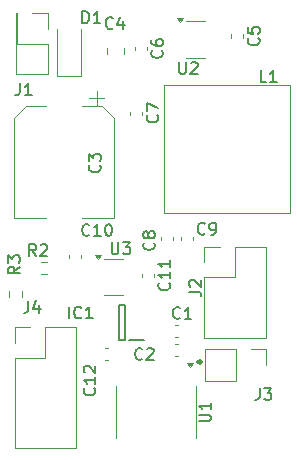
<source format=gbr>
%TF.GenerationSoftware,KiCad,Pcbnew,8.0.9-8.0.9-0~ubuntu24.04.1*%
%TF.CreationDate,2025-04-14T22:12:55+02:00*%
%TF.ProjectId,FastLapLights5V,46617374-4c61-4704-9c69-676874733556,MK6*%
%TF.SameCoordinates,Original*%
%TF.FileFunction,Legend,Top*%
%TF.FilePolarity,Positive*%
%FSLAX46Y46*%
G04 Gerber Fmt 4.6, Leading zero omitted, Abs format (unit mm)*
G04 Created by KiCad (PCBNEW 8.0.9-8.0.9-0~ubuntu24.04.1) date 2025-04-14 22:12:55*
%MOMM*%
%LPD*%
G01*
G04 APERTURE LIST*
%ADD10C,0.300000*%
%ADD11C,0.150000*%
%ADD12C,0.120000*%
%ADD13C,0.200000*%
%ADD14C,0.100000*%
G04 APERTURE END LIST*
D10*
X59173558Y-117249161D02*
X59268796Y-117344400D01*
X59268796Y-117344400D02*
X59173558Y-117439638D01*
X59173558Y-117439638D02*
X59078320Y-117344400D01*
X59078320Y-117344400D02*
X59173558Y-117249161D01*
X59173558Y-117249161D02*
X59173558Y-117439638D01*
D11*
X55589580Y-96441666D02*
X55637200Y-96489285D01*
X55637200Y-96489285D02*
X55684819Y-96632142D01*
X55684819Y-96632142D02*
X55684819Y-96727380D01*
X55684819Y-96727380D02*
X55637200Y-96870237D01*
X55637200Y-96870237D02*
X55541961Y-96965475D01*
X55541961Y-96965475D02*
X55446723Y-97013094D01*
X55446723Y-97013094D02*
X55256247Y-97060713D01*
X55256247Y-97060713D02*
X55113390Y-97060713D01*
X55113390Y-97060713D02*
X54922914Y-97013094D01*
X54922914Y-97013094D02*
X54827676Y-96965475D01*
X54827676Y-96965475D02*
X54732438Y-96870237D01*
X54732438Y-96870237D02*
X54684819Y-96727380D01*
X54684819Y-96727380D02*
X54684819Y-96632142D01*
X54684819Y-96632142D02*
X54732438Y-96489285D01*
X54732438Y-96489285D02*
X54780057Y-96441666D01*
X54684819Y-96108332D02*
X54684819Y-95441666D01*
X54684819Y-95441666D02*
X55684819Y-95870237D01*
X55989580Y-90966666D02*
X56037200Y-91014285D01*
X56037200Y-91014285D02*
X56084819Y-91157142D01*
X56084819Y-91157142D02*
X56084819Y-91252380D01*
X56084819Y-91252380D02*
X56037200Y-91395237D01*
X56037200Y-91395237D02*
X55941961Y-91490475D01*
X55941961Y-91490475D02*
X55846723Y-91538094D01*
X55846723Y-91538094D02*
X55656247Y-91585713D01*
X55656247Y-91585713D02*
X55513390Y-91585713D01*
X55513390Y-91585713D02*
X55322914Y-91538094D01*
X55322914Y-91538094D02*
X55227676Y-91490475D01*
X55227676Y-91490475D02*
X55132438Y-91395237D01*
X55132438Y-91395237D02*
X55084819Y-91252380D01*
X55084819Y-91252380D02*
X55084819Y-91157142D01*
X55084819Y-91157142D02*
X55132438Y-91014285D01*
X55132438Y-91014285D02*
X55180057Y-90966666D01*
X55084819Y-90109523D02*
X55084819Y-90299999D01*
X55084819Y-90299999D02*
X55132438Y-90395237D01*
X55132438Y-90395237D02*
X55180057Y-90442856D01*
X55180057Y-90442856D02*
X55322914Y-90538094D01*
X55322914Y-90538094D02*
X55513390Y-90585713D01*
X55513390Y-90585713D02*
X55894342Y-90585713D01*
X55894342Y-90585713D02*
X55989580Y-90538094D01*
X55989580Y-90538094D02*
X56037200Y-90490475D01*
X56037200Y-90490475D02*
X56084819Y-90395237D01*
X56084819Y-90395237D02*
X56084819Y-90204761D01*
X56084819Y-90204761D02*
X56037200Y-90109523D01*
X56037200Y-90109523D02*
X55989580Y-90061904D01*
X55989580Y-90061904D02*
X55894342Y-90014285D01*
X55894342Y-90014285D02*
X55656247Y-90014285D01*
X55656247Y-90014285D02*
X55561009Y-90061904D01*
X55561009Y-90061904D02*
X55513390Y-90109523D01*
X55513390Y-90109523D02*
X55465771Y-90204761D01*
X55465771Y-90204761D02*
X55465771Y-90395237D01*
X55465771Y-90395237D02*
X55513390Y-90490475D01*
X55513390Y-90490475D02*
X55561009Y-90538094D01*
X55561009Y-90538094D02*
X55656247Y-90585713D01*
X64159580Y-89916666D02*
X64207200Y-89964285D01*
X64207200Y-89964285D02*
X64254819Y-90107142D01*
X64254819Y-90107142D02*
X64254819Y-90202380D01*
X64254819Y-90202380D02*
X64207200Y-90345237D01*
X64207200Y-90345237D02*
X64111961Y-90440475D01*
X64111961Y-90440475D02*
X64016723Y-90488094D01*
X64016723Y-90488094D02*
X63826247Y-90535713D01*
X63826247Y-90535713D02*
X63683390Y-90535713D01*
X63683390Y-90535713D02*
X63492914Y-90488094D01*
X63492914Y-90488094D02*
X63397676Y-90440475D01*
X63397676Y-90440475D02*
X63302438Y-90345237D01*
X63302438Y-90345237D02*
X63254819Y-90202380D01*
X63254819Y-90202380D02*
X63254819Y-90107142D01*
X63254819Y-90107142D02*
X63302438Y-89964285D01*
X63302438Y-89964285D02*
X63350057Y-89916666D01*
X63254819Y-89011904D02*
X63254819Y-89488094D01*
X63254819Y-89488094D02*
X63731009Y-89535713D01*
X63731009Y-89535713D02*
X63683390Y-89488094D01*
X63683390Y-89488094D02*
X63635771Y-89392856D01*
X63635771Y-89392856D02*
X63635771Y-89154761D01*
X63635771Y-89154761D02*
X63683390Y-89059523D01*
X63683390Y-89059523D02*
X63731009Y-89011904D01*
X63731009Y-89011904D02*
X63826247Y-88964285D01*
X63826247Y-88964285D02*
X64064342Y-88964285D01*
X64064342Y-88964285D02*
X64159580Y-89011904D01*
X64159580Y-89011904D02*
X64207200Y-89059523D01*
X64207200Y-89059523D02*
X64254819Y-89154761D01*
X64254819Y-89154761D02*
X64254819Y-89392856D01*
X64254819Y-89392856D02*
X64207200Y-89488094D01*
X64207200Y-89488094D02*
X64159580Y-89535713D01*
X44666666Y-112154819D02*
X44666666Y-112869104D01*
X44666666Y-112869104D02*
X44619047Y-113011961D01*
X44619047Y-113011961D02*
X44523809Y-113107200D01*
X44523809Y-113107200D02*
X44380952Y-113154819D01*
X44380952Y-113154819D02*
X44285714Y-113154819D01*
X45571428Y-112488152D02*
X45571428Y-113154819D01*
X45333333Y-112107200D02*
X45095238Y-112821485D01*
X45095238Y-112821485D02*
X45714285Y-112821485D01*
X43966666Y-93754819D02*
X43966666Y-94469104D01*
X43966666Y-94469104D02*
X43919047Y-94611961D01*
X43919047Y-94611961D02*
X43823809Y-94707200D01*
X43823809Y-94707200D02*
X43680952Y-94754819D01*
X43680952Y-94754819D02*
X43585714Y-94754819D01*
X44966666Y-94754819D02*
X44395238Y-94754819D01*
X44680952Y-94754819D02*
X44680952Y-93754819D01*
X44680952Y-93754819D02*
X44585714Y-93897676D01*
X44585714Y-93897676D02*
X44490476Y-93992914D01*
X44490476Y-93992914D02*
X44395238Y-94040533D01*
X56589580Y-110642857D02*
X56637200Y-110690476D01*
X56637200Y-110690476D02*
X56684819Y-110833333D01*
X56684819Y-110833333D02*
X56684819Y-110928571D01*
X56684819Y-110928571D02*
X56637200Y-111071428D01*
X56637200Y-111071428D02*
X56541961Y-111166666D01*
X56541961Y-111166666D02*
X56446723Y-111214285D01*
X56446723Y-111214285D02*
X56256247Y-111261904D01*
X56256247Y-111261904D02*
X56113390Y-111261904D01*
X56113390Y-111261904D02*
X55922914Y-111214285D01*
X55922914Y-111214285D02*
X55827676Y-111166666D01*
X55827676Y-111166666D02*
X55732438Y-111071428D01*
X55732438Y-111071428D02*
X55684819Y-110928571D01*
X55684819Y-110928571D02*
X55684819Y-110833333D01*
X55684819Y-110833333D02*
X55732438Y-110690476D01*
X55732438Y-110690476D02*
X55780057Y-110642857D01*
X56684819Y-109690476D02*
X56684819Y-110261904D01*
X56684819Y-109976190D02*
X55684819Y-109976190D01*
X55684819Y-109976190D02*
X55827676Y-110071428D01*
X55827676Y-110071428D02*
X55922914Y-110166666D01*
X55922914Y-110166666D02*
X55970533Y-110261904D01*
X56684819Y-108738095D02*
X56684819Y-109309523D01*
X56684819Y-109023809D02*
X55684819Y-109023809D01*
X55684819Y-109023809D02*
X55827676Y-109119047D01*
X55827676Y-109119047D02*
X55922914Y-109214285D01*
X55922914Y-109214285D02*
X55970533Y-109309523D01*
X51833333Y-89059580D02*
X51785714Y-89107200D01*
X51785714Y-89107200D02*
X51642857Y-89154819D01*
X51642857Y-89154819D02*
X51547619Y-89154819D01*
X51547619Y-89154819D02*
X51404762Y-89107200D01*
X51404762Y-89107200D02*
X51309524Y-89011961D01*
X51309524Y-89011961D02*
X51261905Y-88916723D01*
X51261905Y-88916723D02*
X51214286Y-88726247D01*
X51214286Y-88726247D02*
X51214286Y-88583390D01*
X51214286Y-88583390D02*
X51261905Y-88392914D01*
X51261905Y-88392914D02*
X51309524Y-88297676D01*
X51309524Y-88297676D02*
X51404762Y-88202438D01*
X51404762Y-88202438D02*
X51547619Y-88154819D01*
X51547619Y-88154819D02*
X51642857Y-88154819D01*
X51642857Y-88154819D02*
X51785714Y-88202438D01*
X51785714Y-88202438D02*
X51833333Y-88250057D01*
X52690476Y-88488152D02*
X52690476Y-89154819D01*
X52452381Y-88107200D02*
X52214286Y-88821485D01*
X52214286Y-88821485D02*
X52833333Y-88821485D01*
X54333333Y-117059580D02*
X54285714Y-117107200D01*
X54285714Y-117107200D02*
X54142857Y-117154819D01*
X54142857Y-117154819D02*
X54047619Y-117154819D01*
X54047619Y-117154819D02*
X53904762Y-117107200D01*
X53904762Y-117107200D02*
X53809524Y-117011961D01*
X53809524Y-117011961D02*
X53761905Y-116916723D01*
X53761905Y-116916723D02*
X53714286Y-116726247D01*
X53714286Y-116726247D02*
X53714286Y-116583390D01*
X53714286Y-116583390D02*
X53761905Y-116392914D01*
X53761905Y-116392914D02*
X53809524Y-116297676D01*
X53809524Y-116297676D02*
X53904762Y-116202438D01*
X53904762Y-116202438D02*
X54047619Y-116154819D01*
X54047619Y-116154819D02*
X54142857Y-116154819D01*
X54142857Y-116154819D02*
X54285714Y-116202438D01*
X54285714Y-116202438D02*
X54333333Y-116250057D01*
X54714286Y-116250057D02*
X54761905Y-116202438D01*
X54761905Y-116202438D02*
X54857143Y-116154819D01*
X54857143Y-116154819D02*
X55095238Y-116154819D01*
X55095238Y-116154819D02*
X55190476Y-116202438D01*
X55190476Y-116202438D02*
X55238095Y-116250057D01*
X55238095Y-116250057D02*
X55285714Y-116345295D01*
X55285714Y-116345295D02*
X55285714Y-116440533D01*
X55285714Y-116440533D02*
X55238095Y-116583390D01*
X55238095Y-116583390D02*
X54666667Y-117154819D01*
X54666667Y-117154819D02*
X55285714Y-117154819D01*
X49857142Y-106559580D02*
X49809523Y-106607200D01*
X49809523Y-106607200D02*
X49666666Y-106654819D01*
X49666666Y-106654819D02*
X49571428Y-106654819D01*
X49571428Y-106654819D02*
X49428571Y-106607200D01*
X49428571Y-106607200D02*
X49333333Y-106511961D01*
X49333333Y-106511961D02*
X49285714Y-106416723D01*
X49285714Y-106416723D02*
X49238095Y-106226247D01*
X49238095Y-106226247D02*
X49238095Y-106083390D01*
X49238095Y-106083390D02*
X49285714Y-105892914D01*
X49285714Y-105892914D02*
X49333333Y-105797676D01*
X49333333Y-105797676D02*
X49428571Y-105702438D01*
X49428571Y-105702438D02*
X49571428Y-105654819D01*
X49571428Y-105654819D02*
X49666666Y-105654819D01*
X49666666Y-105654819D02*
X49809523Y-105702438D01*
X49809523Y-105702438D02*
X49857142Y-105750057D01*
X50809523Y-106654819D02*
X50238095Y-106654819D01*
X50523809Y-106654819D02*
X50523809Y-105654819D01*
X50523809Y-105654819D02*
X50428571Y-105797676D01*
X50428571Y-105797676D02*
X50333333Y-105892914D01*
X50333333Y-105892914D02*
X50238095Y-105940533D01*
X51428571Y-105654819D02*
X51523809Y-105654819D01*
X51523809Y-105654819D02*
X51619047Y-105702438D01*
X51619047Y-105702438D02*
X51666666Y-105750057D01*
X51666666Y-105750057D02*
X51714285Y-105845295D01*
X51714285Y-105845295D02*
X51761904Y-106035771D01*
X51761904Y-106035771D02*
X51761904Y-106273866D01*
X51761904Y-106273866D02*
X51714285Y-106464342D01*
X51714285Y-106464342D02*
X51666666Y-106559580D01*
X51666666Y-106559580D02*
X51619047Y-106607200D01*
X51619047Y-106607200D02*
X51523809Y-106654819D01*
X51523809Y-106654819D02*
X51428571Y-106654819D01*
X51428571Y-106654819D02*
X51333333Y-106607200D01*
X51333333Y-106607200D02*
X51285714Y-106559580D01*
X51285714Y-106559580D02*
X51238095Y-106464342D01*
X51238095Y-106464342D02*
X51190476Y-106273866D01*
X51190476Y-106273866D02*
X51190476Y-106035771D01*
X51190476Y-106035771D02*
X51238095Y-105845295D01*
X51238095Y-105845295D02*
X51285714Y-105750057D01*
X51285714Y-105750057D02*
X51333333Y-105702438D01*
X51333333Y-105702438D02*
X51428571Y-105654819D01*
X50259580Y-119542857D02*
X50307200Y-119590476D01*
X50307200Y-119590476D02*
X50354819Y-119733333D01*
X50354819Y-119733333D02*
X50354819Y-119828571D01*
X50354819Y-119828571D02*
X50307200Y-119971428D01*
X50307200Y-119971428D02*
X50211961Y-120066666D01*
X50211961Y-120066666D02*
X50116723Y-120114285D01*
X50116723Y-120114285D02*
X49926247Y-120161904D01*
X49926247Y-120161904D02*
X49783390Y-120161904D01*
X49783390Y-120161904D02*
X49592914Y-120114285D01*
X49592914Y-120114285D02*
X49497676Y-120066666D01*
X49497676Y-120066666D02*
X49402438Y-119971428D01*
X49402438Y-119971428D02*
X49354819Y-119828571D01*
X49354819Y-119828571D02*
X49354819Y-119733333D01*
X49354819Y-119733333D02*
X49402438Y-119590476D01*
X49402438Y-119590476D02*
X49450057Y-119542857D01*
X50354819Y-118590476D02*
X50354819Y-119161904D01*
X50354819Y-118876190D02*
X49354819Y-118876190D01*
X49354819Y-118876190D02*
X49497676Y-118971428D01*
X49497676Y-118971428D02*
X49592914Y-119066666D01*
X49592914Y-119066666D02*
X49640533Y-119161904D01*
X49450057Y-118209523D02*
X49402438Y-118161904D01*
X49402438Y-118161904D02*
X49354819Y-118066666D01*
X49354819Y-118066666D02*
X49354819Y-117828571D01*
X49354819Y-117828571D02*
X49402438Y-117733333D01*
X49402438Y-117733333D02*
X49450057Y-117685714D01*
X49450057Y-117685714D02*
X49545295Y-117638095D01*
X49545295Y-117638095D02*
X49640533Y-117638095D01*
X49640533Y-117638095D02*
X49783390Y-117685714D01*
X49783390Y-117685714D02*
X50354819Y-118257142D01*
X50354819Y-118257142D02*
X50354819Y-117638095D01*
X57438095Y-91954819D02*
X57438095Y-92764342D01*
X57438095Y-92764342D02*
X57485714Y-92859580D01*
X57485714Y-92859580D02*
X57533333Y-92907200D01*
X57533333Y-92907200D02*
X57628571Y-92954819D01*
X57628571Y-92954819D02*
X57819047Y-92954819D01*
X57819047Y-92954819D02*
X57914285Y-92907200D01*
X57914285Y-92907200D02*
X57961904Y-92859580D01*
X57961904Y-92859580D02*
X58009523Y-92764342D01*
X58009523Y-92764342D02*
X58009523Y-91954819D01*
X58438095Y-92050057D02*
X58485714Y-92002438D01*
X58485714Y-92002438D02*
X58580952Y-91954819D01*
X58580952Y-91954819D02*
X58819047Y-91954819D01*
X58819047Y-91954819D02*
X58914285Y-92002438D01*
X58914285Y-92002438D02*
X58961904Y-92050057D01*
X58961904Y-92050057D02*
X59009523Y-92145295D01*
X59009523Y-92145295D02*
X59009523Y-92240533D01*
X59009523Y-92240533D02*
X58961904Y-92383390D01*
X58961904Y-92383390D02*
X58390476Y-92954819D01*
X58390476Y-92954819D02*
X59009523Y-92954819D01*
X43954819Y-109266666D02*
X43478628Y-109599999D01*
X43954819Y-109838094D02*
X42954819Y-109838094D01*
X42954819Y-109838094D02*
X42954819Y-109457142D01*
X42954819Y-109457142D02*
X43002438Y-109361904D01*
X43002438Y-109361904D02*
X43050057Y-109314285D01*
X43050057Y-109314285D02*
X43145295Y-109266666D01*
X43145295Y-109266666D02*
X43288152Y-109266666D01*
X43288152Y-109266666D02*
X43383390Y-109314285D01*
X43383390Y-109314285D02*
X43431009Y-109361904D01*
X43431009Y-109361904D02*
X43478628Y-109457142D01*
X43478628Y-109457142D02*
X43478628Y-109838094D01*
X42954819Y-108933332D02*
X42954819Y-108314285D01*
X42954819Y-108314285D02*
X43335771Y-108647618D01*
X43335771Y-108647618D02*
X43335771Y-108504761D01*
X43335771Y-108504761D02*
X43383390Y-108409523D01*
X43383390Y-108409523D02*
X43431009Y-108361904D01*
X43431009Y-108361904D02*
X43526247Y-108314285D01*
X43526247Y-108314285D02*
X43764342Y-108314285D01*
X43764342Y-108314285D02*
X43859580Y-108361904D01*
X43859580Y-108361904D02*
X43907200Y-108409523D01*
X43907200Y-108409523D02*
X43954819Y-108504761D01*
X43954819Y-108504761D02*
X43954819Y-108790475D01*
X43954819Y-108790475D02*
X43907200Y-108885713D01*
X43907200Y-108885713D02*
X43859580Y-108933332D01*
X48123810Y-113654819D02*
X48123810Y-112654819D01*
X49171428Y-113559580D02*
X49123809Y-113607200D01*
X49123809Y-113607200D02*
X48980952Y-113654819D01*
X48980952Y-113654819D02*
X48885714Y-113654819D01*
X48885714Y-113654819D02*
X48742857Y-113607200D01*
X48742857Y-113607200D02*
X48647619Y-113511961D01*
X48647619Y-113511961D02*
X48600000Y-113416723D01*
X48600000Y-113416723D02*
X48552381Y-113226247D01*
X48552381Y-113226247D02*
X48552381Y-113083390D01*
X48552381Y-113083390D02*
X48600000Y-112892914D01*
X48600000Y-112892914D02*
X48647619Y-112797676D01*
X48647619Y-112797676D02*
X48742857Y-112702438D01*
X48742857Y-112702438D02*
X48885714Y-112654819D01*
X48885714Y-112654819D02*
X48980952Y-112654819D01*
X48980952Y-112654819D02*
X49123809Y-112702438D01*
X49123809Y-112702438D02*
X49171428Y-112750057D01*
X50123809Y-113654819D02*
X49552381Y-113654819D01*
X49838095Y-113654819D02*
X49838095Y-112654819D01*
X49838095Y-112654819D02*
X49742857Y-112797676D01*
X49742857Y-112797676D02*
X49647619Y-112892914D01*
X49647619Y-112892914D02*
X49552381Y-112940533D01*
X50709580Y-100666666D02*
X50757200Y-100714285D01*
X50757200Y-100714285D02*
X50804819Y-100857142D01*
X50804819Y-100857142D02*
X50804819Y-100952380D01*
X50804819Y-100952380D02*
X50757200Y-101095237D01*
X50757200Y-101095237D02*
X50661961Y-101190475D01*
X50661961Y-101190475D02*
X50566723Y-101238094D01*
X50566723Y-101238094D02*
X50376247Y-101285713D01*
X50376247Y-101285713D02*
X50233390Y-101285713D01*
X50233390Y-101285713D02*
X50042914Y-101238094D01*
X50042914Y-101238094D02*
X49947676Y-101190475D01*
X49947676Y-101190475D02*
X49852438Y-101095237D01*
X49852438Y-101095237D02*
X49804819Y-100952380D01*
X49804819Y-100952380D02*
X49804819Y-100857142D01*
X49804819Y-100857142D02*
X49852438Y-100714285D01*
X49852438Y-100714285D02*
X49900057Y-100666666D01*
X49804819Y-100333332D02*
X49804819Y-99714285D01*
X49804819Y-99714285D02*
X50185771Y-100047618D01*
X50185771Y-100047618D02*
X50185771Y-99904761D01*
X50185771Y-99904761D02*
X50233390Y-99809523D01*
X50233390Y-99809523D02*
X50281009Y-99761904D01*
X50281009Y-99761904D02*
X50376247Y-99714285D01*
X50376247Y-99714285D02*
X50614342Y-99714285D01*
X50614342Y-99714285D02*
X50709580Y-99761904D01*
X50709580Y-99761904D02*
X50757200Y-99809523D01*
X50757200Y-99809523D02*
X50804819Y-99904761D01*
X50804819Y-99904761D02*
X50804819Y-100190475D01*
X50804819Y-100190475D02*
X50757200Y-100285713D01*
X50757200Y-100285713D02*
X50709580Y-100333332D01*
X55309580Y-107241666D02*
X55357200Y-107289285D01*
X55357200Y-107289285D02*
X55404819Y-107432142D01*
X55404819Y-107432142D02*
X55404819Y-107527380D01*
X55404819Y-107527380D02*
X55357200Y-107670237D01*
X55357200Y-107670237D02*
X55261961Y-107765475D01*
X55261961Y-107765475D02*
X55166723Y-107813094D01*
X55166723Y-107813094D02*
X54976247Y-107860713D01*
X54976247Y-107860713D02*
X54833390Y-107860713D01*
X54833390Y-107860713D02*
X54642914Y-107813094D01*
X54642914Y-107813094D02*
X54547676Y-107765475D01*
X54547676Y-107765475D02*
X54452438Y-107670237D01*
X54452438Y-107670237D02*
X54404819Y-107527380D01*
X54404819Y-107527380D02*
X54404819Y-107432142D01*
X54404819Y-107432142D02*
X54452438Y-107289285D01*
X54452438Y-107289285D02*
X54500057Y-107241666D01*
X54833390Y-106670237D02*
X54785771Y-106765475D01*
X54785771Y-106765475D02*
X54738152Y-106813094D01*
X54738152Y-106813094D02*
X54642914Y-106860713D01*
X54642914Y-106860713D02*
X54595295Y-106860713D01*
X54595295Y-106860713D02*
X54500057Y-106813094D01*
X54500057Y-106813094D02*
X54452438Y-106765475D01*
X54452438Y-106765475D02*
X54404819Y-106670237D01*
X54404819Y-106670237D02*
X54404819Y-106479761D01*
X54404819Y-106479761D02*
X54452438Y-106384523D01*
X54452438Y-106384523D02*
X54500057Y-106336904D01*
X54500057Y-106336904D02*
X54595295Y-106289285D01*
X54595295Y-106289285D02*
X54642914Y-106289285D01*
X54642914Y-106289285D02*
X54738152Y-106336904D01*
X54738152Y-106336904D02*
X54785771Y-106384523D01*
X54785771Y-106384523D02*
X54833390Y-106479761D01*
X54833390Y-106479761D02*
X54833390Y-106670237D01*
X54833390Y-106670237D02*
X54881009Y-106765475D01*
X54881009Y-106765475D02*
X54928628Y-106813094D01*
X54928628Y-106813094D02*
X55023866Y-106860713D01*
X55023866Y-106860713D02*
X55214342Y-106860713D01*
X55214342Y-106860713D02*
X55309580Y-106813094D01*
X55309580Y-106813094D02*
X55357200Y-106765475D01*
X55357200Y-106765475D02*
X55404819Y-106670237D01*
X55404819Y-106670237D02*
X55404819Y-106479761D01*
X55404819Y-106479761D02*
X55357200Y-106384523D01*
X55357200Y-106384523D02*
X55309580Y-106336904D01*
X55309580Y-106336904D02*
X55214342Y-106289285D01*
X55214342Y-106289285D02*
X55023866Y-106289285D01*
X55023866Y-106289285D02*
X54928628Y-106336904D01*
X54928628Y-106336904D02*
X54881009Y-106384523D01*
X54881009Y-106384523D02*
X54833390Y-106479761D01*
X59633333Y-106459580D02*
X59585714Y-106507200D01*
X59585714Y-106507200D02*
X59442857Y-106554819D01*
X59442857Y-106554819D02*
X59347619Y-106554819D01*
X59347619Y-106554819D02*
X59204762Y-106507200D01*
X59204762Y-106507200D02*
X59109524Y-106411961D01*
X59109524Y-106411961D02*
X59061905Y-106316723D01*
X59061905Y-106316723D02*
X59014286Y-106126247D01*
X59014286Y-106126247D02*
X59014286Y-105983390D01*
X59014286Y-105983390D02*
X59061905Y-105792914D01*
X59061905Y-105792914D02*
X59109524Y-105697676D01*
X59109524Y-105697676D02*
X59204762Y-105602438D01*
X59204762Y-105602438D02*
X59347619Y-105554819D01*
X59347619Y-105554819D02*
X59442857Y-105554819D01*
X59442857Y-105554819D02*
X59585714Y-105602438D01*
X59585714Y-105602438D02*
X59633333Y-105650057D01*
X60109524Y-106554819D02*
X60300000Y-106554819D01*
X60300000Y-106554819D02*
X60395238Y-106507200D01*
X60395238Y-106507200D02*
X60442857Y-106459580D01*
X60442857Y-106459580D02*
X60538095Y-106316723D01*
X60538095Y-106316723D02*
X60585714Y-106126247D01*
X60585714Y-106126247D02*
X60585714Y-105745295D01*
X60585714Y-105745295D02*
X60538095Y-105650057D01*
X60538095Y-105650057D02*
X60490476Y-105602438D01*
X60490476Y-105602438D02*
X60395238Y-105554819D01*
X60395238Y-105554819D02*
X60204762Y-105554819D01*
X60204762Y-105554819D02*
X60109524Y-105602438D01*
X60109524Y-105602438D02*
X60061905Y-105650057D01*
X60061905Y-105650057D02*
X60014286Y-105745295D01*
X60014286Y-105745295D02*
X60014286Y-105983390D01*
X60014286Y-105983390D02*
X60061905Y-106078628D01*
X60061905Y-106078628D02*
X60109524Y-106126247D01*
X60109524Y-106126247D02*
X60204762Y-106173866D01*
X60204762Y-106173866D02*
X60395238Y-106173866D01*
X60395238Y-106173866D02*
X60490476Y-106126247D01*
X60490476Y-106126247D02*
X60538095Y-106078628D01*
X60538095Y-106078628D02*
X60585714Y-105983390D01*
X49261905Y-88654819D02*
X49261905Y-87654819D01*
X49261905Y-87654819D02*
X49500000Y-87654819D01*
X49500000Y-87654819D02*
X49642857Y-87702438D01*
X49642857Y-87702438D02*
X49738095Y-87797676D01*
X49738095Y-87797676D02*
X49785714Y-87892914D01*
X49785714Y-87892914D02*
X49833333Y-88083390D01*
X49833333Y-88083390D02*
X49833333Y-88226247D01*
X49833333Y-88226247D02*
X49785714Y-88416723D01*
X49785714Y-88416723D02*
X49738095Y-88511961D01*
X49738095Y-88511961D02*
X49642857Y-88607200D01*
X49642857Y-88607200D02*
X49500000Y-88654819D01*
X49500000Y-88654819D02*
X49261905Y-88654819D01*
X50785714Y-88654819D02*
X50214286Y-88654819D01*
X50500000Y-88654819D02*
X50500000Y-87654819D01*
X50500000Y-87654819D02*
X50404762Y-87797676D01*
X50404762Y-87797676D02*
X50309524Y-87892914D01*
X50309524Y-87892914D02*
X50214286Y-87940533D01*
X59104819Y-122361904D02*
X59914342Y-122361904D01*
X59914342Y-122361904D02*
X60009580Y-122314285D01*
X60009580Y-122314285D02*
X60057200Y-122266666D01*
X60057200Y-122266666D02*
X60104819Y-122171428D01*
X60104819Y-122171428D02*
X60104819Y-121980952D01*
X60104819Y-121980952D02*
X60057200Y-121885714D01*
X60057200Y-121885714D02*
X60009580Y-121838095D01*
X60009580Y-121838095D02*
X59914342Y-121790476D01*
X59914342Y-121790476D02*
X59104819Y-121790476D01*
X60104819Y-120790476D02*
X60104819Y-121361904D01*
X60104819Y-121076190D02*
X59104819Y-121076190D01*
X59104819Y-121076190D02*
X59247676Y-121171428D01*
X59247676Y-121171428D02*
X59342914Y-121266666D01*
X59342914Y-121266666D02*
X59390533Y-121361904D01*
X64266666Y-119554819D02*
X64266666Y-120269104D01*
X64266666Y-120269104D02*
X64219047Y-120411961D01*
X64219047Y-120411961D02*
X64123809Y-120507200D01*
X64123809Y-120507200D02*
X63980952Y-120554819D01*
X63980952Y-120554819D02*
X63885714Y-120554819D01*
X64647619Y-119554819D02*
X65266666Y-119554819D01*
X65266666Y-119554819D02*
X64933333Y-119935771D01*
X64933333Y-119935771D02*
X65076190Y-119935771D01*
X65076190Y-119935771D02*
X65171428Y-119983390D01*
X65171428Y-119983390D02*
X65219047Y-120031009D01*
X65219047Y-120031009D02*
X65266666Y-120126247D01*
X65266666Y-120126247D02*
X65266666Y-120364342D01*
X65266666Y-120364342D02*
X65219047Y-120459580D01*
X65219047Y-120459580D02*
X65171428Y-120507200D01*
X65171428Y-120507200D02*
X65076190Y-120554819D01*
X65076190Y-120554819D02*
X64790476Y-120554819D01*
X64790476Y-120554819D02*
X64695238Y-120507200D01*
X64695238Y-120507200D02*
X64647619Y-120459580D01*
X57533333Y-113609580D02*
X57485714Y-113657200D01*
X57485714Y-113657200D02*
X57342857Y-113704819D01*
X57342857Y-113704819D02*
X57247619Y-113704819D01*
X57247619Y-113704819D02*
X57104762Y-113657200D01*
X57104762Y-113657200D02*
X57009524Y-113561961D01*
X57009524Y-113561961D02*
X56961905Y-113466723D01*
X56961905Y-113466723D02*
X56914286Y-113276247D01*
X56914286Y-113276247D02*
X56914286Y-113133390D01*
X56914286Y-113133390D02*
X56961905Y-112942914D01*
X56961905Y-112942914D02*
X57009524Y-112847676D01*
X57009524Y-112847676D02*
X57104762Y-112752438D01*
X57104762Y-112752438D02*
X57247619Y-112704819D01*
X57247619Y-112704819D02*
X57342857Y-112704819D01*
X57342857Y-112704819D02*
X57485714Y-112752438D01*
X57485714Y-112752438D02*
X57533333Y-112800057D01*
X58485714Y-113704819D02*
X57914286Y-113704819D01*
X58200000Y-113704819D02*
X58200000Y-112704819D01*
X58200000Y-112704819D02*
X58104762Y-112847676D01*
X58104762Y-112847676D02*
X58009524Y-112942914D01*
X58009524Y-112942914D02*
X57914286Y-112990533D01*
X58304819Y-111383333D02*
X59019104Y-111383333D01*
X59019104Y-111383333D02*
X59161961Y-111430952D01*
X59161961Y-111430952D02*
X59257200Y-111526190D01*
X59257200Y-111526190D02*
X59304819Y-111669047D01*
X59304819Y-111669047D02*
X59304819Y-111764285D01*
X58400057Y-110954761D02*
X58352438Y-110907142D01*
X58352438Y-110907142D02*
X58304819Y-110811904D01*
X58304819Y-110811904D02*
X58304819Y-110573809D01*
X58304819Y-110573809D02*
X58352438Y-110478571D01*
X58352438Y-110478571D02*
X58400057Y-110430952D01*
X58400057Y-110430952D02*
X58495295Y-110383333D01*
X58495295Y-110383333D02*
X58590533Y-110383333D01*
X58590533Y-110383333D02*
X58733390Y-110430952D01*
X58733390Y-110430952D02*
X59304819Y-111002380D01*
X59304819Y-111002380D02*
X59304819Y-110383333D01*
X51738095Y-107204819D02*
X51738095Y-108014342D01*
X51738095Y-108014342D02*
X51785714Y-108109580D01*
X51785714Y-108109580D02*
X51833333Y-108157200D01*
X51833333Y-108157200D02*
X51928571Y-108204819D01*
X51928571Y-108204819D02*
X52119047Y-108204819D01*
X52119047Y-108204819D02*
X52214285Y-108157200D01*
X52214285Y-108157200D02*
X52261904Y-108109580D01*
X52261904Y-108109580D02*
X52309523Y-108014342D01*
X52309523Y-108014342D02*
X52309523Y-107204819D01*
X52690476Y-107204819D02*
X53309523Y-107204819D01*
X53309523Y-107204819D02*
X52976190Y-107585771D01*
X52976190Y-107585771D02*
X53119047Y-107585771D01*
X53119047Y-107585771D02*
X53214285Y-107633390D01*
X53214285Y-107633390D02*
X53261904Y-107681009D01*
X53261904Y-107681009D02*
X53309523Y-107776247D01*
X53309523Y-107776247D02*
X53309523Y-108014342D01*
X53309523Y-108014342D02*
X53261904Y-108109580D01*
X53261904Y-108109580D02*
X53214285Y-108157200D01*
X53214285Y-108157200D02*
X53119047Y-108204819D01*
X53119047Y-108204819D02*
X52833333Y-108204819D01*
X52833333Y-108204819D02*
X52738095Y-108157200D01*
X52738095Y-108157200D02*
X52690476Y-108109580D01*
X64833333Y-93654819D02*
X64357143Y-93654819D01*
X64357143Y-93654819D02*
X64357143Y-92654819D01*
X65690476Y-93654819D02*
X65119048Y-93654819D01*
X65404762Y-93654819D02*
X65404762Y-92654819D01*
X65404762Y-92654819D02*
X65309524Y-92797676D01*
X65309524Y-92797676D02*
X65214286Y-92892914D01*
X65214286Y-92892914D02*
X65119048Y-92940533D01*
X45333333Y-108354819D02*
X45000000Y-107878628D01*
X44761905Y-108354819D02*
X44761905Y-107354819D01*
X44761905Y-107354819D02*
X45142857Y-107354819D01*
X45142857Y-107354819D02*
X45238095Y-107402438D01*
X45238095Y-107402438D02*
X45285714Y-107450057D01*
X45285714Y-107450057D02*
X45333333Y-107545295D01*
X45333333Y-107545295D02*
X45333333Y-107688152D01*
X45333333Y-107688152D02*
X45285714Y-107783390D01*
X45285714Y-107783390D02*
X45238095Y-107831009D01*
X45238095Y-107831009D02*
X45142857Y-107878628D01*
X45142857Y-107878628D02*
X44761905Y-107878628D01*
X45714286Y-107450057D02*
X45761905Y-107402438D01*
X45761905Y-107402438D02*
X45857143Y-107354819D01*
X45857143Y-107354819D02*
X46095238Y-107354819D01*
X46095238Y-107354819D02*
X46190476Y-107402438D01*
X46190476Y-107402438D02*
X46238095Y-107450057D01*
X46238095Y-107450057D02*
X46285714Y-107545295D01*
X46285714Y-107545295D02*
X46285714Y-107640533D01*
X46285714Y-107640533D02*
X46238095Y-107783390D01*
X46238095Y-107783390D02*
X45666667Y-108354819D01*
X45666667Y-108354819D02*
X46285714Y-108354819D01*
D12*
%TO.C,C7*%
X54310000Y-96134420D02*
X54310000Y-96415580D01*
X53290000Y-96134420D02*
X53290000Y-96415580D01*
%TO.C,C6*%
X54710000Y-90659420D02*
X54710000Y-90940580D01*
X53690000Y-90659420D02*
X53690000Y-90940580D01*
%TO.C,C5*%
X61852500Y-89890580D02*
X61852500Y-89609420D01*
X62872500Y-89890580D02*
X62872500Y-89609420D01*
%TO.C,J4*%
X43530000Y-114370000D02*
X44860000Y-114370000D01*
X43530000Y-115700000D02*
X43530000Y-114370000D01*
X43530000Y-116970000D02*
X43530000Y-124650000D01*
X43530000Y-116970000D02*
X46130000Y-116970000D01*
X43530000Y-124650000D02*
X48730000Y-124650000D01*
X46130000Y-114370000D02*
X48730000Y-114370000D01*
X46130000Y-116970000D02*
X46130000Y-114370000D01*
X48730000Y-114370000D02*
X48730000Y-124650000D01*
%TO.C,J1*%
X43670000Y-87795000D02*
X43670000Y-92995000D01*
X43730000Y-87795000D02*
X43670000Y-87795000D01*
X43730000Y-87795000D02*
X43730000Y-90395000D01*
X43730000Y-90395000D02*
X46330000Y-90395000D01*
X45000000Y-87795000D02*
X46330000Y-87795000D01*
X46330000Y-87795000D02*
X46330000Y-89125000D01*
X46330000Y-90395000D02*
X46330000Y-92995000D01*
X46330000Y-92995000D02*
X43670000Y-92995000D01*
%TO.C,C11*%
X54290000Y-109859420D02*
X54290000Y-110140580D01*
X55310000Y-109859420D02*
X55310000Y-110140580D01*
%TO.C,C4*%
X51315000Y-90738748D02*
X51315000Y-91261252D01*
X52785000Y-90738748D02*
X52785000Y-91261252D01*
%TO.C,C2*%
X57059420Y-115790000D02*
X57340580Y-115790000D01*
X57059420Y-116810000D02*
X57340580Y-116810000D01*
%TO.C,C10*%
X48090000Y-108540580D02*
X48090000Y-108259420D01*
X49110000Y-108540580D02*
X49110000Y-108259420D01*
%TO.C,C12*%
X51159420Y-116190000D02*
X51440580Y-116190000D01*
X51159420Y-117210000D02*
X51440580Y-117210000D01*
%TO.C,U2*%
X58800000Y-88490000D02*
X58000000Y-88490000D01*
X58800000Y-88490000D02*
X59600000Y-88490000D01*
X58800000Y-91610000D02*
X58000000Y-91610000D01*
X58800000Y-91610000D02*
X59600000Y-91610000D01*
X57500000Y-88540000D02*
X57260000Y-88210000D01*
X57740000Y-88210000D01*
X57500000Y-88540000D01*
G36*
X57500000Y-88540000D02*
G01*
X57260000Y-88210000D01*
X57740000Y-88210000D01*
X57500000Y-88540000D01*
G37*
%TO.C,R3*%
X43077500Y-111362742D02*
X43077500Y-111837258D01*
X44122500Y-111362742D02*
X44122500Y-111837258D01*
D13*
%TO.C,IC1*%
X52325000Y-112550000D02*
X52875000Y-112550000D01*
X52325000Y-115450000D02*
X52325000Y-112550000D01*
X52875000Y-112550000D02*
X52875000Y-115450000D01*
X52875000Y-115450000D02*
X52325000Y-115450000D01*
X54475000Y-115450000D02*
X53225000Y-115450000D01*
D12*
%TO.C,C3*%
X43450000Y-96650000D02*
X43450000Y-105150000D01*
X43450000Y-105150000D02*
X46190000Y-105150000D01*
X44450000Y-95650000D02*
X43450000Y-96650000D01*
X44450000Y-95650000D02*
X46190000Y-95650000D01*
X50460000Y-94375000D02*
X50460000Y-95625000D01*
X50950000Y-95650000D02*
X49210000Y-95650000D01*
X50950000Y-95650000D02*
X51950000Y-96650000D01*
X51085000Y-95000000D02*
X49835000Y-95000000D01*
X51950000Y-96650000D02*
X51950000Y-105150000D01*
X51950000Y-105150000D02*
X49210000Y-105150000D01*
%TO.C,C8*%
X55890000Y-106759420D02*
X55890000Y-107040580D01*
X56910000Y-106759420D02*
X56910000Y-107040580D01*
%TO.C,C9*%
X57590000Y-106759420D02*
X57590000Y-107040580D01*
X58610000Y-106759420D02*
X58610000Y-107040580D01*
%TO.C,D1*%
X47100000Y-93160000D02*
X47100000Y-89150000D01*
X47100000Y-93160000D02*
X49100000Y-93160000D01*
X49100000Y-93160000D02*
X49100000Y-89150000D01*
%TO.C,U1*%
X52065000Y-121600000D02*
X52065000Y-119400000D01*
X52065000Y-121600000D02*
X52065000Y-123800000D01*
X58835000Y-121600000D02*
X58835000Y-119400000D01*
X58835000Y-121600000D02*
X58835000Y-123800000D01*
X58375000Y-117740000D02*
X58135000Y-117410000D01*
X58615000Y-117410000D01*
X58375000Y-117740000D01*
G36*
X58375000Y-117740000D02*
G01*
X58135000Y-117410000D01*
X58615000Y-117410000D01*
X58375000Y-117740000D01*
G37*
%TO.C,J3*%
X59630000Y-116270000D02*
X59630000Y-118930000D01*
X62230000Y-116270000D02*
X59630000Y-116270000D01*
X62230000Y-116270000D02*
X62230000Y-118930000D01*
X62230000Y-118930000D02*
X59630000Y-118930000D01*
X63500000Y-116270000D02*
X64830000Y-116270000D01*
X64830000Y-116270000D02*
X64830000Y-117600000D01*
%TO.C,C1*%
X57059420Y-114190000D02*
X57340580Y-114190000D01*
X57059420Y-115210000D02*
X57340580Y-115210000D01*
%TO.C,J2*%
X59580000Y-107580000D02*
X60910000Y-107580000D01*
X59580000Y-108910000D02*
X59580000Y-107580000D01*
X59580000Y-110180000D02*
X59580000Y-115320000D01*
X59580000Y-110180000D02*
X62180000Y-110180000D01*
X59580000Y-115320000D02*
X64780000Y-115320000D01*
X62180000Y-107580000D02*
X64780000Y-107580000D01*
X62180000Y-110180000D02*
X62180000Y-107580000D01*
X64780000Y-107580000D02*
X64780000Y-115320000D01*
%TO.C,U3*%
X51887500Y-108590000D02*
X51087500Y-108590000D01*
X51887500Y-108590000D02*
X52687500Y-108590000D01*
X51887500Y-111710000D02*
X51087500Y-111710000D01*
X51887500Y-111710000D02*
X52687500Y-111710000D01*
X50587500Y-108640000D02*
X50347500Y-108310000D01*
X50827500Y-108310000D01*
X50587500Y-108640000D01*
G36*
X50587500Y-108640000D02*
G01*
X50347500Y-108310000D01*
X50827500Y-108310000D01*
X50587500Y-108640000D01*
G37*
%TO.C,L1*%
D14*
X56200000Y-93900000D02*
X66800000Y-93900000D01*
X66800000Y-104700000D01*
X56200000Y-104700000D01*
X56200000Y-93900000D01*
D12*
%TO.C,R2*%
X46237258Y-108877500D02*
X45762742Y-108877500D01*
X46237258Y-109922500D02*
X45762742Y-109922500D01*
%TD*%
M02*

</source>
